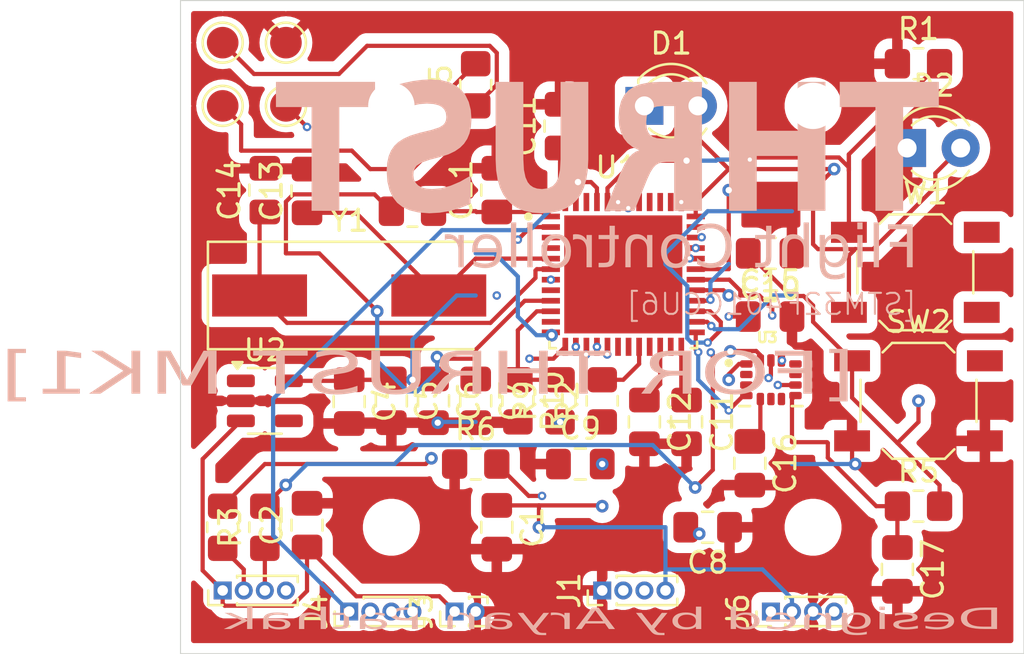
<source format=kicad_pcb>
(kicad_pcb (version 20240108) (generator "pcbnew") (generator_version "8.0")
  (layers (0 "F.Cu" signal) (1 "In1.Cu" signal) (2 "In2.Cu" signal) (31 "B.Cu" signal) (34 "B.Paste" user) (35 "F.Paste" user) (36 "B.SilkS" user "B.Silkscreen") (37 "F.SilkS" user "F.Silkscreen") (38 "B.Mask" user) (39 "F.Mask" user) (44 "Edge.Cuts" user))
  (net 0 "")
  (net 1 "GND")
  (net 2 "+5V")
  (net 3 "VREF+")
  (net 4 "NRST")
  (net 5 "VDD")
  (net 6 "VCAP1")
  (net 7 "Net-(U1-PH0-OSC_IN)")
  (net 8 "Net-(U1-PH1-OSC_OUT)")
  (net 9 "ADC")
  (net 10 "PC13")
  (net 11 "M4")
  (net 12 "SCL")
  (net 13 "BOOT0")
  (net 14 "PB2")
  (net 15 "D+")
  (net 16 "PA12")
  (net 17 "PA11")
  (net 18 "D-")
  (net 19 "Net-(U3-INT2{slash}FSYNC{slash}CLKIN)")
  (net 21 "PA2")
  (net 22 "PB13")
  (net 23 "PB15")
  (net 24 "PB14")
  (net 25 "PA1")
  (net 26 "SWCLK")
  (net 27 "SWDIO")
  (net 28 "M3")
  (net 29 "M2")
  (net 30 "M1")
  (net 31 "SDA")
  (net 35 "PA5")
  (net 36 "PA6")
  (net 37 "PA4")
  (net 40 "PA7")
  (net 42 "PA3")
  (net 48 "unconnected-(U1-PB12-Pad25)")
  (net 54 "SET")
  (footprint "Crystal:Crystal_SMD_HC49-SD" (layer "F.Cu") (at 106 95)
    (property "Reference" "Y1")
    (property "Value" "Crystal")
  )
  (footprint "Capacitor_SMD:C_0805_2012Metric_Pad1.18x1.45mm_HandSolder" (layer "F.Cu") (at 123 106 180)
    (property "Reference" "C8")
    (property "Value" "0.1 µF")
  )
  (footprint "Resistor_SMD:R_0805_2012Metric_Pad1.20x1.40mm_HandSolder" (layer "F.Cu") (at 118 100 90)
    (property "Reference" "R2")
    (property "Value" "10k")
  )
  (footprint "Capacitor_SMD:C_0805_2012Metric_Pad1.18x1.45mm_HandSolder" (layer "F.Cu") (at 122 101 -90)
    (property "Reference" "C11")
    (property "Value" "0.1 µF")
  )
  (footprint "Resistor_SMD:R_0805_2012Metric_Pad1.20x1.40mm_HandSolder" (layer "F.Cu") (at 133 105)
    (property "Reference" "R5")
    (property "Value" "10k")
  )
  (footprint "LED_THT:LED_D3.0mm" (layer "F.Cu") (at 120 86)
    (property "Reference" "D1")
    (property "Value" "LED")
  )
  (footprint "MountingHole:MountingHole_2.2mm_M2" (layer "F.Cu") (at 128 86)
    (property "Reference" "REF**" (hide yes))
    (property "Value" "MountingHole_2.2mm_M2" (hide yes))
  )
  (footprint "Capacitor_SMD:C_0805_2012Metric_Pad1.18x1.45mm_HandSolder" (layer "F.Cu") (at 104 90.0375 90)
    (property "Reference" "C13")
    (property "Value" "18pF")
  )
  (footprint "TestPoint:TestPoint_Pad_D1.5mm" (layer "F.Cu") (at 100 86)
    (property "Reference" "REF**" (hide yes))
    (property "Value" "TestPoint_Pad_D1.5mm" (hide yes))
  )
  (footprint "Capacitor_SMD:C_0805_2012Metric_Pad1.18x1.45mm_HandSolder" (layer "F.Cu") (at 125.9625 93 180)
    (property "Reference" "C10")
    (property "Value" "0.1 µF")
  )
  (footprint "TestPoint:TestPoint_Pad_D1.5mm" (layer "F.Cu") (at 100 83)
    (property "Reference" "REF**" (hide yes))
    (property "Value" "TestPoint_Pad_D1.5mm" (hide yes))
  )
  (footprint "Capacitor_SMD:C_0805_2012Metric_Pad1.18x1.45mm_HandSolder" (layer "F.Cu") (at 108 100 -90)
    (property "Reference" "C5")
    (property "Value" "1 µF")
  )
  (footprint "Resistor_SMD:R_0805_2012Metric_Pad1.20x1.40mm_HandSolder" (layer "F.Cu") (at 133 84)
    (property "Reference" "R1")
    (property "Value" "10k")
  )
  (footprint "Connector_PinHeader_1.00mm:PinHeader_1x04_P1.00mm_Vertical" (layer "F.Cu") (at 118 109 90)
    (property "Reference" "J1")
    (property "Value" "Conn_01x04_Pin" (hide yes))
  )
  (footprint "stabs:QFN50P700X700X60-49N" (layer "F.Cu") (at 119 94)
    (property "Reference" "U1")
    (property "Value" "STM32F401CCU6")
  )
  (footprint "MountingHole:MountingHole_2.2mm_M2" (layer "F.Cu") (at 108 86)
    (property "Reference" "REF**" (hide yes))
    (property "Value" "MountingHole_2.2mm_M2" (hide yes))
  )
  (footprint "Button_Switch_SMD:SW_SPST_TL3342" (layer "F.Cu") (at 132.85 93.9)
    (property "Reference" "SW1")
    (property "Value" "SW_Push")
  )
  (footprint "Resistor_SMD:R_0805_2012Metric_Pad1.20x1.40mm_HandSolder" (layer "F.Cu") (at 114 100 -90)
    (property "Reference" "R10")
    (property "Value" "10k")
  )
  (footprint "TestPoint:TestPoint_Pad_D1.5mm" (layer "F.Cu") (at 103 86)
    (property "Reference" "REF**" (hide yes))
    (property "Value" "TestPoint_Pad_D1.5mm" (hide yes))
  )
  (footprint "Connector_PinHeader_1.00mm:PinHeader_1x04_P1.00mm_Vertical" (layer "F.Cu") (at 106 110 90)
    (property "Reference" "J4")
    (property "Value" "ESC" (hide yes))
  )
  (footprint "stabs:PQFN50P300X250X97-14N" (layer "F.Cu") (at 126 99)
    (property "Reference" "U3")
    (property "Value" "ICM-42688-P" (hide yes))
  )
  (footprint "Button_Switch_SMD:SW_SPST_TL3342" (layer "F.Cu") (at 133 100)
    (property "Reference" "SW2")
    (property "Value" "SW_Push" (hide yes))
  )
  (footprint "Capacitor_SMD:C_0805_2012Metric_Pad1.18x1.45mm_HandSolder" (layer "F.Cu") (at 113 106 -90)
    (property "Reference" "C1")
    (property "Value" "10 µF")
  )
  (footprint "MountingHole:MountingHole_2.2mm_M2" (layer "F.Cu") (at 128 106)
    (property "Reference" "REF**" (hide yes))
    (property "Value" "MountingHole_2.2mm_M2" (hide yes))
  )
  (footprint "Connector_PinHeader_1.00mm:PinHeader_1x04_P1.00mm_Vertical" (layer "F.Cu") (at 126 110 90)
    (property "Reference" "J6")
    (property "Value" "Conn_01x04_Pin" (hide yes))
  )
  (footprint "Resistor_SMD:R_0805_2012Metric_Pad1.20x1.40mm_HandSolder" (layer "F.Cu") (at 116 100 90)
    (property "Reference" "R9")
    (property "Value" "10k")
  )
  (footprint "Resistor_SMD:R_0805_2012Metric_Pad1.20x1.40mm_HandSolder" (layer "F.Cu") (at 100 106 90)
    (property "Reference" "R4" (hide yes))
    (property "Value" "22")
  )
  (footprint "Capacitor_SMD:C_0805_2012Metric_Pad1.18x1.45mm_HandSolder" (layer "F.Cu") (at 132 108 -90)
    (property "Reference" "C17")
    (property "Value" "1 µF")
  )
  (footprint "Resistor_SMD:R_0805_2012Metric_Pad1.20x1.40mm_HandSolder" (layer "F.Cu") (at 109 91)
    (property "Reference" "L1" (hide yes))
    (property "Value" "L")
  )
  (footprint "Capacitor_SMD:C_0805_2012Metric_Pad1.18x1.45mm_HandSolder" (layer "F.Cu") (at 120 101 -90)
    (property "Reference" "C12")
    (property "Value" "2.2µF")
  )
  (footprint "Resistor_SMD:R_0805_2012Metric_Pad1.20x1.40mm_HandSolder" (layer "F.Cu") (at 112 85 90)
    (property "Reference" "R5")
    (property "Value" "10k")
  )
  (footprint "Resistor_SMD:R_0805_2012Metric_Pad1.20x1.40mm_HandSolder" (layer "F.Cu") (at 112 103)
    (property "Reference" "R6")
    (property "Value" "10k")
  )
  (footprint "Capacitor_SMD:C_0805_2012Metric_Pad1.18x1.45mm_HandSolder" (layer "F.Cu") (at 110 100 -90)
    (property "Reference" "C6")
    (property "Value" "10 µF")
  )
  (footprint "Capacitor_SMD:C_0805_2012Metric_Pad1.18x1.45mm_HandSolder" (layer "F.Cu") (at 116 86.9625 90)
    (property "Reference" "C11")
    (property "Value" "0.1 µF")
  )
  (footprint "Connector_PinHeader_1.00mm:PinHeader_1x02_P1.00mm_Vertical" (layer "F.Cu") (at 111 110 90)
    (property "Reference" "J3")
    (property "Value" "Conn_01x02_Pin" (hide yes))
  )
  (footprint "Capacitor_SMD:C_0805_2012Metric_Pad1.18x1.45mm_HandSolder" (layer "F.Cu") (at 113 90 90)
    (property "Reference" "C11")
    (property "Value" "0.1 µF")
  )
  (footprint "TestPoint:TestPoint_Pad_D1.5mm" (layer "F.Cu") (at 103 83)
    (property "Reference" "REF**" (hide yes))
    (property "Value" "TestPoint_Pad_D1.5mm" (hide yes))
  )
  (footprint "MountingHole:MountingHole_2.2mm_M2" (layer "F.Cu") (at 108 106)
    (property "Reference" "REF**" (hide yes))
    (property "Value" "MountingHole_2.2mm_M2" (hide yes))
  )
  (footprint "Package_TO_SOT_SMD:SOT-23-5" (layer "F.Cu") (at 102 100)
    (property "Reference" "U2")
    (property "Value" "AP2112K-3.3")
  )
  (footprint "Resistor_SMD:R_0805_2012Metric_Pad1.20x1.40mm_HandSolder" (layer "F.Cu") (at 102 106 90)
    (property "Reference" "R3")
    (property "Value" "22")
  )
  (footprint "Capacitor_SMD:C_0805_2012Metric_Pad1.18x1.45mm_HandSolder" (layer "F.Cu") (at 102 90 90)
    (property "Reference" "C14")
    (property "Value" "18pF")
  )
  (footprint "Capacitor_SMD:C_0805_2012Metric_Pad1.18x1.45mm_HandSolder" (layer "F.Cu") (at 106 100.0375 -90)
    (property "Reference" "C4")
    (property "Value" "0.1 µF")
  )
  (footprint "Capacitor_SMD:C_0805_2012Metric_Pad1.18x1.45mm_HandSolder" (layer "F.Cu") (at 116.9625 103)
    (property "Reference" "C9")
    (property "Value" "0.1 µF")
  )
  (footprint "LED_THT:LED_D3.0mm" (layer "F.Cu") (at 132.46 88)
    (property "Reference" "D2")
    (property "Value" "LED")
  )
  (footprint "Capacitor_SMD:C_0805_2012Metric_Pad1.18x1.45mm_HandSolder" (layer "F.Cu") (at 125 102.9625 -90)
    (property "Reference" "C16")
    (property "Value" "0.1 µF")
  )
  (footprint "Capacitor_SMD:C_0805_2012Metric_Pad1.18x1.45mm_HandSolder" (layer "F.Cu") (at 125.9625 96)
    (property "Reference" "C15")
    (property "Value" "0.1 µF")
  )
  (footprint "Capacitor_SMD:C_0805_2012Metric_Pad1.18x1.45mm_HandSolder" (layer "F.Cu") (at 112 100 -90)
    (property "Reference" "C7")
    (property "Value" "1 µF")
  )
  (footprint "Capacitor_SMD:C_0805_2012Metric_Pad1.18x1.45mm_HandSolder" (layer "F.Cu") (at 104 105.9 90)
    (property "Reference" "C2")
    (property "Value" "10uF")
  )
  (footprint "Connector_PinHeader_1.00mm:PinHeader_1x04_P1.00mm_Vertical" (layer "F.Cu") (at 100 109 90)
    (property "Reference" "J2" (hide yes))
    (property "Value" "Conn_01x04_Pin" (hide yes))
  )
  (gr_rect (start 98 81) (end 138 112) (stroke (width 0.05)) (fill none) (layer "Edge.Cuts"))
  (gr_text "[FOR THRUST MK1]" (at 130 100 0) (layer "B.SilkS") (effects (font (size 2 3) (thickness 0.1)) (justify left bottom mirror)))
  (gr_text "Designed by Aryan Pathak" (at 137 111 0) (layer "B.SilkS") (effects (font (size 1 2) (thickness 0.1)) (justify left bottom mirror)))
  (gr_text "Flight Controller" (at 133 94 0) (layer "B.SilkS") (effects (font (size 2 2) (thickness 0.1)) (justify left bottom mirror)))
  (gr_text "[STM32F401CCU6]" (at 133 96 0) (layer "B.SilkS") (effects (font (size 1 1) (thickness 0.1)) (justify left bottom mirror)))
  (gr_text "THRUST" (at 134 92 0) (layer "B.SilkS") (effects (font (size 6 5) (thickness 0.2) (bold yes)) (justify left bottom mirror)))
  (segment (start 123.9625 106) (end 123.9625 106.3625) (width 0.2) (layer "F.Cu") (net 1))
  (segment (start 106 101.075) (end 111.9625 101.075) (width 0.2) (layer "F.Cu") (net 1))
  (segment (start 123.9625 106.3625) (end 124 106.4) (width 0.2) (layer "F.Cu") (net 1))
  (segment (start 128.9625 109.0375) (end 132 109.0375) (width 0.2) (layer "F.Cu") (net 1))
  (segment (start 111.9625 101.075) (end 112 101.0375) (width 0.2) (layer "F.Cu") (net 1))
  (segment (start 128 110) (end 128.9625 109.0375) (width 0.2) (layer "F.Cu") (net 1))
  (segment (start 129.85 102.85) (end 130 103) (width 0.2) (layer "F.Cu") (net 1))
  (segment (start 129.85 101.9) (end 129.85 102.85) (width 0.2) (layer "F.Cu") (net 1))
  (via (at 110.2 101.0375) (size 0.6) (drill 0.3) (layers "F.Cu" "B.Cu") (net 1))
  (via (at 130 103) (size 0.6) (drill 0.3) (layers "F.Cu" "B.Cu") (net 1))
  (segment (start 128.999999 103.000001) (end 127 103.000001) (width 0.2) (layer "B.Cu") (net 1))
  (segment (start 130 103) (end 129 103) (width 0.2) (layer "B.Cu") (net 1))
  (segment (start 129 103) (end 128.999999 103.000001) (width 0.2) (layer "B.Cu") (net 1))
  (segment (start 110.237499 101.000001) (end 110.2 101.0375) (width 0.2) (layer "B.Cu") (net 1))
  (segment (start 112 101.000001) (end 110.237499 101.000001) (width 0.2) (layer "B.Cu") (net 1))
  (segment (start 103.300305 109.725) (end 100.1 109.725) (width 0.2) (layer "F.Cu") (net 2))
  (segment (start 104 106.9375) (end 104 109.025305) (width 0.2) (layer "F.Cu") (net 2))
  (segment (start 99.05 102.7625) (end 99.05 108.05) (width 0.2) (layer "F.Cu") (net 2))
  (segment (start 104 109.025305) (end 103.300305 109.725) (width 0.2) (layer "F.Cu") (net 2))
  (segment (start 100.1 109.725) (end 100 109.625) (width 0.2) (layer "F.Cu") (net 2))
  (segment (start 100.8625 100.95) (end 99.05 102.7625) (width 0.2) (layer "F.Cu") (net 2))
  (segment (start 110.275 109.275) (end 111 110) (width 0.2) (layer "F.Cu") (net 2))
  (segment (start 99.05 108.05) (end 100 109) (width 0.2) (layer "F.Cu") (net 2))
  (segment (start 122.6 106.307108) (end 122.269608 106.307108) (width 0.2) (layer "F.Cu") (net 2))
  (segment (start 104 106.9375) (end 106.3375 109.275) (width 0.2) (layer "F.Cu") (net 2))
  (segment (start 122.269608 106.307108) (end 121.9625 106) (width 0.2) (layer "F.Cu") (net 2))
  (segment (start 106.3375 109.275) (end 110.275 109.275) (width 0.2) (layer "F.Cu") (net 2))
  (segment (start 100 109.625) (end 100 109) (width 0.2) (layer "F.Cu") (net 2))
  (via (at 122.6 106.307108) (size 0.6) (drill 0.3) (layers "F.Cu" "B.Cu") (net 2))
  (via (at 116 101) (size 0.6) (drill 0.3) (layers "F.Cu" "B.Cu") (net 2))
  (segment (start 104.577816 93) (end 107.327817 95.750001) (width 0.2) (layer "F.Cu") (net 3))
  (segment (start 112 98.9625) (end 112 98) (width 0.2) (layer "F.Cu") (net 3))
  (segment (start 112 98) (end 110.24387 98) (width 0.2) (layer "F.Cu") (net 3))
  (segment (start 112 97.575) (end 114.325 95.25) (width 0.2) (layer "F.Cu") (net 3))
  (segment (start 112 98) (end 112 97.575) (width 0.2) (layer "F.Cu") (net 3))
  (segment (start 107.2 90.2) (end 103.348466 90.2) (width 0.2) (layer "F.Cu") (net 3))
  (segment (start 103 93) (end 104.577816 93) (width 0.2) (layer "F.Cu") (net 3))
  (segment (start 103.348466 90.2) (end 103 90.548466) (width 0.2) (layer "F.Cu") (net 3))
  (segment (start 114.325 95.25) (end 115.565 95.25) (width 0.2) (layer "F.Cu") (net 3))
  (segment (start 110.24387 98) (end 110.16887 97.925) (width 0.2) (layer "F.Cu") (net 3))
  (segment (start 108 91) (end 107.2 90.2) (width 0.2) (layer "F.Cu") (net 3))
  (segment (start 103 90.548466) (end 103 93) (width 0.2) (layer "F.Cu") (net 3))
  (via (at 107.327817 95.750001) (size 0.6) (drill 0.3) (layers "F.Cu" "B.Cu") (net 3))
  (via (at 110.16887 97.925) (size 0.6) (drill 0.3) (layers "F.Cu" "B.Cu") (net 3))
  (segment (start 108.772182 99.55) (end 109.227818 99.55) (width 0.2) (layer "B.Cu") (net 3))
  (segment (start 109.227818 99.55) (end 110.249999 98.527819) (width 0.2) (layer "B.Cu") (net 3))
  (segment (start 110.16887 98.44669) (end 110.249999 98.527819) (width 0.2) (layer "B.Cu") (net 3))
  (segment (start 107.327817 98.105635) (end 108.772182 99.55) (width 0.2) (layer "B.Cu") (net 3))
  (segment (start 110.16887 97.925) (end 110.16887 98.44669) (width 0.2) (layer "B.Cu") (net 3))
  (segment (start 107.327817 95.750001) (end 107.327817 98.105635) (width 0.2) (layer "B.Cu") (net 3))
  (segment (start 132 102) (end 129.85 99.85) (width 0.2) (layer "F.Cu") (net 4))
  (segment (start 132 102) (end 133 101) (width 0.2) (layer "F.Cu") (net 4))
  (segment (start 126.95 95.025) (end 127.551534 95.025) (width 0.2) (layer "F.Cu") (net 4))
  (segment (start 127.551534 95.025) (end 128 95.473466) (width 0.2) (layer "F.Cu") (net 4))
  (segment (start 134 104) (end 132 102) (width 0.2) (layer "F.Cu") (net 4))
  (segment (start 128 96.25) (end 129.85 98.1) (width 0.2) (layer "F.Cu") (net 4))
  (segment (start 124.925 93) (end 126.95 95.025) (width 0.2) (layer "F.Cu") (net 4))
  (segment (start 128 95.473466) (end 128 96.25) (width 0.2) (layer "F.Cu") (net 4))
  (segment (start 134 105) (end 134 104) (width 0.2) (layer "F.Cu") (net 4))
  (segment (start 129.85 99.85) (end 129.85 98.1) (width 0.2) (layer "F.Cu") (net 4))
  (segment (start 133 101) (end 133 100) (width 0.2) (layer "F.Cu") (net 4))
  (via (at 133 100) (size 0.6) (drill 0.3) (layers "F.Cu" "B.Cu") (net 4))
  (via (at 115.565 94.25) (size 0.4) (drill 0.2) (layers "F.Cu" "B.Cu") (net 4))
  (segment (start 129.7 93.1) (end 130 92.8) (width 0.2) (layer "F.Cu") (net 5))
  (segment (start 129.000002 89) (end 128 90.000002) (width 0.2) (layer "F.Cu") (net 5))
  (segment (start 115 106) (end 115 104.9625) (width 0.2) (layer "F.Cu") (net 5))
  (segment (start 130 92.8) (end 130.85 92.8) (width 0.2) (layer "F.Cu") (net 5))
  (segment (start 128.7 102.7) (end 128.7 102) (width 0.2) (layer "F.Cu") (net 5))
  (segment (start 110 91) (end 112 91) (width 0.2) (layer "F.Cu") (net 5))
  (segment (start 105.514034 84.485966) (end 106.85 83.15) (width 0.2) (layer "F.Cu") (net 5))
  (segment (start 133.8 89.85) (end 133.8 89.2) (width 0.2) (layer "F.Cu") (net 5))
  (segment (start 128.6625 101.9625) (end 127 101.9625) (width 0.2) (layer "F.Cu") (net 5))
  (segment (start 125 101.9625) (end 125.5 101.4625) (width 0.2) (layer "F.Cu") (net 5))
  (segment (start 122.435 90.565) (end 122.435 91.25) (width 0.2) (layer "F.Cu") (net 5))
  (segment (start 130.85 92.8) (end 133.8 89.85) (width 0.2) (layer "F.Cu") (net 5))
  (segment (start 113 104.9625) (end 115 104.9625) (width 0.2) (layer "F.Cu") (net 5))
  (segment (start 127 101.9625) (end 127 99.915) (width 0.2) (layer "F.Cu") (net 5))
  (segment (start 132 105) (end 131 105) (width 0.2) (layer "F.Cu") (net 5))
  (segment (start 131 105) (end 128.7 102.7) (width 0.2) (layer "F.Cu") (net 5))
  (segment (start 121.75 99.7125) (end 122 99.9625) (width 0.2) (layer "F.Cu") (net 5))
  (segment (start 107.9625 99) (end 108 98.9625) (width 0.2) (layer "F.Cu") (net 5))
  (segment (start 100 83) (end 101.485966 84.485966) (width 0.2) (layer "F.Cu") (net 5))
  (segment (start 133.8 89.2) (end 135 88) (width 0.2) (layer "F.Cu") (net 5))
  (segment (start 112.0375 91.0375) (end 112 91) (width 0.2) (layer "F.Cu") (net 5))
  (segment (start 122.435 90.565) (end 124 89) (width 0.2) (layer "F.Cu") (net 5))
  (segment (start 129.7 95.8) (end 129.7 93.1) (width 0.2) (layer "F.Cu") (net 5))
  (segment (start 122.54 86) (end 122.54 87.54) (width 0.2) (layer "F.Cu") (net 5))
  (segment (start 128 90.000002) (end 128 92.565685) (width 0.2) (layer "F.Cu") (net 5))
  (segment (start 128.234315 92.8) (end 130 92.8) (width 0.2) (layer "F.Cu") (net 5))
  (segment (start 112.664034 83.15) (end 113 83.485966) (width 0.2) (layer "F.Cu") (net 5))
  (segment (start 121.75 97.435) (end 121.75 99.7125) (width 0.2) (layer "F.Cu") (net 5))
  (segment (start 122.54 87.54) (end 124 89) (width 0.2) (layer "F.Cu") (net 5))
  (segment (start 101.485966 84.485966) (end 105.514034 84.485966) (width 0.2) (layer "F.Cu") (net 5))
  (segment (start 109.9625 99) (end 110 98.9625) (width 0.2) (layer "F.Cu") (net 5))
  (segment (start 106.85 83.15) (end 112.664034 83.15) (width 0.2) (layer "F.Cu") (net 5))
  (segment (start 128.7 102) (end 128.6625 101.9625) (width 0.2) (layer "F.Cu") (net 5))
  (segment (start 106 99) (end 109 99) (width 0.2) (layer "F.Cu") (net 5))
  (segment (start 103.1375 99.05) (end 105.95 99.05) (width 0.2) (layer "F.Cu") (net 5))
  (segment (start 109 99) (end 109.9625 99) (width 0.2) (layer "F.Cu") (net 5))
  (segment (start 125.5 99.915) (end 125.5 101.4625) (width 0.2) (layer "F.Cu") (net 5))
  (segment (start 105.95 99.05) (end 106 99) (width 0.2) (layer "F.Cu") (net 5))
  (segment (start 116 88) (end 116 90.315) (width 0.2) (layer "F.Cu") (net 5))
  (segment (start 132 106.9625) (end 132 105) (width 0.2) (layer "F.Cu") (net 5))
  (segment (start 117.9625 104.9625) (end 115 104.9625) (width 0.2) (layer "F.Cu") (net 5))
  (segment (start 128 92.565685) (end 128.234315 92.8) (width 0.2) (layer "F.Cu") (net 5))
  (segment (start 124 89) (end 129.000002 89) (width 0.2) (layer "F.Cu") (net 5))
  (segment (start 113 83.485966) (end 113 85) (width 0.2) (layer "F.Cu") (net 5))
  (segment (start 113 85) (end 112 86) (width 0.2) (layer "F.Cu") (net 5))
  (segment (start 115.3525 91.0375) (end 115.565 91.25) (width 0.2) (layer "F.Cu") (net 5))
  (segment (start 118 105) (end 117.9625 104.9625) (width 0.2) (layer "F.Cu") (net 5))
  (segment (start 127 99.915) (end 127.165 99.75) (width 0.2) (layer "F.Cu") (net 5))
  (segment (start 106 99) (end 107.9625 99) (width 0.2) (layer "F.Cu") (net 5))
  (segment (start 116.25 90.565) (end 116 90.315) (width 0.2) (layer "F.Cu") (net 5))
  (segment (start 113 91.0375) (end 112.0375 91.0375) (width 0.2) (layer "F.Cu") (net 5))
  (segment (start 113 91.0375) (end 115.3525 91.0375) (width 0.2) (layer "F.Cu") (net 5))
  (via (at 129.000002 89) (size 0.6) (drill 0.3) (layers "F.Cu" "B.Cu") (net 5))
  (via (at 118 103) (size 0.6) (drill 0.3) (layers "F.Cu" "B.Cu") (net 5))
  (via (at 118 105) (size 0.6) (drill 0.3) (layers "F.Cu" "B.Cu") (net 5))
  (via (at 115 106) (size 0.6) (drill 0.3) (layers "F.Cu" "B.Cu") (net 5))
  (via (at 109 99) (size 0.6) (drill 0.3) (layers "F.Cu" "B.Cu") (net 5))
  (segment (start 125.60104 108) (end 127 109.39896) (width 0.2) (layer "B.Cu") (net 5))
  (segment (start 121 108) (end 125.60104 108) (width 0.2) (layer "B.Cu") (net 5))
  (segment (start 112 95.000002) (end 111.1 95.000002) (width 0.2) (layer "B.Cu") (net 5))
  (segment (start 109 97.100002) (end 109 99) (width 0.2) (layer "B.Cu") (net 5))
  (segment (start 111.1 95.000002) (end 109 97.100002) (width 0.2) (layer "B.Cu") (net 5))
  (segment (start 118.0375 106) (end 121 106) (width 0.2) (layer "B.Cu") (net 5))
  (segment (start 121 108) (end 121 109) (width 0.2) (layer "B.Cu") (net 5))
  (segment (start 121 106) (end 121 108) (width 0.2) (layer "B.Cu") (net 5))
  (segment (start 118.0375 106) (end 115 106) (width 0.2) (layer "B.Cu") (net 5))
  (segment (start 127 109.39896) (end 127 110) (width 0.2) (layer "B.Cu") (net 5))
  (segment (start 120.75 97.435) (end 120.75 99.2125) (width 0.2) (layer "F.Cu") (net 6))
  (segment (start 120.75 99.2125) (end 120 99.9625) (width 0.2) (layer "F.Cu") (net 6))
  (segment (start 112 93.25) (end 115.565 93.25) (width 0.2) (layer "F.Cu") (net 7))
  (segment (start 106.325 91.075) (end 110.25 95) (width 0.2) (layer "F.Cu") (net 7))
  (segment (start 110.25 95) (end 112 93.25) (width 0.2) (layer "F.Cu") (net 7))
  (segment (start 104 91.075) (end 106.325 91.075) (width 0.2) (layer "F.Cu") (net 7))
  (segment (start 103.05 96.3) (end 112.7 96.3) (width 0.2) (layer "F.Cu") (net 8))
  (segment (start 114.9 93.75) (end 115.565 93.75) (width 0.2) (layer "F.Cu") (net 8))
  (segment (start 112.7 96.3) (end 114.835 94.165) (width 0.2) (layer "F.Cu") (net 8))
  (segment (start 101.75 95) (end 103.05 96.3) (width 0.2) (layer "F.Cu") (net 8))
  (segment (start 114.835 93.815) (end 114.9 93.75) (width 0.2) (layer "F.Cu") (net 8))
  (segment (start 101.75 95) (end 101.75 91.2875) (width 0.2) (layer "F.Cu") (net 8))
  (segment (start 101.75 91.2875) (end 102 91.0375) (width 0.2) (layer "F.Cu") (net 8))
  (segment (start 114.835 94.165) (end 114.835 93.815) (width 0.2) (layer "F.Cu") (net 8))
  (segment (start 124.925 96) (end 124 96) (width 0.2) (layer "F.Cu") (net 9))
  (segment (start 114 96.65) (end 114.9 95.75) (width 0.2) (layer "F.Cu") (net 9))
  (segment (start 114 96.65) (end 114 99) (width 0.2) (layer "F.Cu") (net 9))
  (segment (start 114.9 95.75) (end 115.565 95.75) (width 0.2) (layer "F.Cu") (net 9))
  (segment (start 116 99) (end 114 99) (width 0.2) (layer "F.Cu") (net 9))
  (via (at 124 96) (size 0.4) (drill 0.2) (layers "F.Cu" "B.Cu") (net 9))
  (segment (start 114 92.350001) (end 114.600001 91.75) (width 0.2) (layer "F.Cu") (net 10))
  (segment (start 114.600001 91.75) (end 115.565 91.75) (width 0.2) (layer "F.Cu") (net 10))
  (via (at 114 92.350001) (size 0.4) (drill 0.2) (layers "F.Cu" "B.Cu") (net 10))
  (segment (start 117.75 89.9) (end 117.75 90.565) (width 0.2) (layer "F.Cu") (net 11))
  (segment (start 116.85 89.616473) (end 117.466473 89.616473) (width 0.2) (layer "F.Cu") (net 11))
  (segment (start 117.466473 89.616473) (end 117.75 89.9) (width 0.2) (layer "F.Cu") (net 11))
  (via (at 116.85 89.616473) (size 0.6) (drill 0.3) (layers "F.Cu" "B.Cu") (net 11))
  (segment (start 114.566472 91.900001) (end 116.85 89.616473) (width 0.2) (layer "B.Cu") (net 11))
  (segment (start 102.391206 99.908794) (end 110.399999 91.900001) (width 0.2) (layer "B.Cu") (net 11))
  (segment (start 102.391206 106.391206) (end 102.391206 99.908794) (width 0.2) (layer "B.Cu") (net 11))
  (segment (start 110.399999 91.900001) (end 114.566472 91.900001) (width 0.2) (layer "B.Cu") (net 11))
  (segment (start 106 110) (end 102.391206 106.391206) (width 0.2) (layer "B.Cu") (net 11))
  (via (at 119.235002 90.849998) (size 0.4) (drill 0.2) (layers "F.Cu" "B.Cu") (net 12))
  (segment (start 129.7 88.3) (end 129.7 89.07782) (width 0.2) (layer "F.Cu") (net 13))
  (segment (start 129.7 89.07782) (end 129.7 88.92218) (width 0.2) (layer "F.Cu") (net 13))
  (segment (start 129.22782 88.45) (end 125.1 88.45) (width 0.2) (layer "F.Cu") (net 13))
  (segment (start 129.7 88.92218) (end 129.22782 88.45) (width 0.2) (layer "F.Cu") (net 13))
  (segment (start 134 84) (end 129.7 88.3) (width 0.2) (layer "F.Cu") (net 13))
  (segment (start 119.55 88.6) (end 122 88.6) (width 0.2) (layer "F.Cu") (net 13))
  (segment (start 118.25 90.565) (end 118.25 89.9) (width 0.2) (layer "F.Cu") (net 13))
  (segment (start 125.1 88.45) (end 125 88.55) (width 0.2) (layer "F.Cu") (net 13))
  (segment (start 118.25 89.9) (end 119.55 88.6) (width 0.2) (layer "F.Cu") (net 13))
  (segment (start 129.7 88.3) (end 129.7 92) (width 0.2) (layer "F.Cu") (net 13))
  (via (at 122 88.6) (size 0.6) (drill 0.3) (layers "F.Cu" "B.Cu") (net 13))
  (via (at 125 88.55) (size 0.4) (drill 0.2) (layers "F.Cu" "B.Cu") (net 13))
  (segment (start 123.45 88.55) (end 123.4 88.6) (width 0.2) (layer "B.Cu") (net 13))
  (segment (start 122 88.6) (end 123.4 88.6) (width 0.2) (layer "B.Cu") (net 13))
  (segment (start 125 88.55) (end 123.45 88.55) (width 0.2) (layer "B.Cu") (net 13))
  (segment (start 118 99) (end 119 99) (width 0.2) (layer "F.Cu") (net 14))
  (segment (start 119 99) (end 119.75 98.25) (width 0.2) (layer "F.Cu") (net 14))
  (segment (start 119.75 98.25) (end 119.75 97.435) (width 0.2) (layer "F.Cu") (net 14))
  (segment (start 102 109) (end 102 107) (width 0.2) (layer "F.Cu") (net 15))
  (segment (start 102 104.982412) (end 102.991206 103.991206) (width 0.2) (layer "F.Cu") (net 16))
  (segment (start 102 105) (end 102 104.982412) (width 0.2) (layer "F.Cu") (net 16))
  (segment (start 123.148669 97.700221) (end 123.245623 97.797175) (width 0.2) (layer "F.Cu") (net 16))
  (segment (start 123.245623 97.797175) (end 123.245623 103.276621) (width 0.2) (layer "F.Cu") (net 16))
  (segment (start 123.245623 103.276621) (end 122.409744 104.1125) (width 0.2) (layer "F.Cu") (net 16))
  (via (at 102.991206 103.991206) (size 0.6) (drill 0.3) (layers "F.Cu" "B.Cu") (net 16))
  (via (at 123.148669 97.700221) (size 0.4) (drill 0.2) (layers "F.Cu" "B.Cu") (net 16))
  (via (at 122.435 92.75) (size 0.4) (drill 0.2) (layers "F.Cu" "B.Cu") (net 16))
  (via (at 122.409744 104.1125) (size 0.6) (drill 0.3) (layers "F.Cu" "B.Cu") (net 16))
  (segment (start 104 103) (end 108.151471 103) (width 0.2) (layer "B.Cu") (net 16))
  (segment (start 108.151471 103) (end 109.05147 102.100001) (width 0.2) (layer "B.Cu") (net 16))
  (segment (start 102.8875 104.1125) (end 104 103) (width 0.2) (layer "B.Cu") (net 16))
  (segment (start 120.397245 102.100001) (end 122.409744 104.1125) (width 0.2) (layer "B.Cu") (net 16))
  (segment (start 109.05147 102.100001) (end 120.397245 102.100001) (width 0.2) (layer "B.Cu") (net 16))
  (segment (start 122.435 93.25) (end 122.164998 93.25) (width 0.2) (layer "F.Cu") (net 17))
  (segment (start 109.625425 103) (end 102 103) (width 0.2) (layer "F.Cu") (net 17))
  (segment (start 102 103) (end 100 105) (width 0.2) (layer "F.Cu") (net 17))
  (segment (start 122.164998 93.25) (end 122.15 93.235002) (width 0.2) (layer "F.Cu") (net 17))
  (segment (start 109.9 102.725425) (end 109.625425 103) (width 0.2) (layer "F.Cu") (net 17))
  (via (at 109.9 102.725425) (size 0.6) (drill 0.3) (layers "F.Cu" "B.Cu") (net 17))
  (via (at 122.15 93.235002) (size 0.4) (drill 0.2) (layers "F.Cu" "B.Cu") (net 17))
  (segment (start 101 108) (end 101 109) (width 0.2) (layer "F.Cu") (net 18))
  (segment (start 100 107) (end 101 108) (width 0.2) (layer "F.Cu") (net 18))
  (segment (start 113 103) (end 114.5125 104.5125) (width 0.2) (layer "F.Cu") (net 19))
  (segment (start 114.5125 104.5125) (end 115.144975 104.5125) (width 0.2) (layer "F.Cu") (net 19))
  (segment (start 126.328237 99.25) (end 127.165001 99.25) (width 0.2) (layer "F.Cu") (net 19))
  (via (at 115.144975 104.5125) (size 0.4) (drill 0.2) (layers "F.Cu" "B.Cu") (net 19))
  (via (at 126.328237 99.25) (size 0.4) (drill 0.2) (layers "F.Cu" "B.Cu") (net 19))
  (segment (start 115.6 96.885002) (end 115.6 96.785) (width 0.2) (layer "F.Cu") (net 21))
  (segment (start 115.6 96.785) (end 115.565 96.75) (width 0.2) (layer "F.Cu") (net 21))
  (via (at 115.6 96.885002) (size 0.6) (drill 0.3) (layers "F.Cu" "B.Cu") (net 21))
  (segment (start 114 96) (end 114.885002 96.885002) (width 0.2) (layer "B.Cu") (net 21))
  (segment (start 114.885002 96.885002) (end 115.6 96.885002) (width 0.2) (layer "B.Cu") (net 21))
  (segment (start 114 94.100002) (end 114 96) (width 0.2) (layer "B.Cu") (net 21))
  (segment (start 112.899999 93.000001) (end 114 94.100002) (width 0.2) (layer "B.Cu") (net 21))
  (segment (start 111.999999 93.000001) (end 112.899999 93.000001) (width 0.2) (layer "B.Cu") (net 21))
  (segment (start 123.173666 96.45) (end 122.973666 96.25) (width 0.2) (layer "F.Cu") (net 22))
  (segment (start 122.973666 96.25) (end 122.435 96.25) (width 0.2) (layer "F.Cu") (net 22))
  (via (at 123.173666 96.45) (size 0.4) (drill 0.2) (layers "F.Cu" "B.Cu") (net 22))
  (segment (start 124.500002 96.6) (end 124 96.6) (width 0.2) (layer "B.Cu") (net 22))
  (segment (start 127.000001 95.000001) (end 126.100001 95.000001) (width 0.2) (layer "B.Cu") (net 22))
  (segment (start 123.323666 96.6) (end 123.173666 96.45) (width 0.2) (layer "B.Cu") (net 22))
  (segment (start 126.100001 95.000001) (end 124.500002 96.6) (width 0.2) (layer "B.Cu") (net 22))
  (segment (start 124 96.6) (end 123.323666 96.6) (width 0.2) (layer "B.Cu") (net 22))
  (segment (start 122.435 95.25) (end 123.081436 95.25) (width 0.2) (layer "F.Cu") (net 23))
  (segment (start 123.081436 95.25) (end 123.131436 95.2) (width 0.2) (layer "F.Cu") (net 23))
  (via (at 123.131436 95.2) (size 0.4) (drill 0.2) (layers "F.Cu" "B.Cu") (net 23))
  (segment (start 123.131436 94.368565) (end 124 93.500001) (width 0.2) (layer "B.Cu") (net 23))
  (segment (start 123.131436 95.2) (end 123.131436 94.368565) (width 0.2) (layer "B.Cu") (net 23))
  (segment (start 123.623666 96.636397) (end 123.623666 96.260062) (width 0.2) (layer "F.Cu") (net 24))
  (segment (start 123.623666 96.260062) (end 123.113604 95.75) (width 0.2) (layer "F.Cu") (net 24))
  (segment (start 123.113604 95.75) (end 122.435 95.75) (width 0.2) (layer "F.Cu") (net 24))
  (segment (start 123.125063 97.135) (end 123.623666 96.636397) (width 0.2) (layer "F.Cu") (net 24))
  (via (at 123 97.235002) (size 0.4) (drill 0.2) (layers "F.Cu" "B.Cu") (net 24))
  (segment (start 121 93) (end 121 93.515785) (width 0.2) (layer "B.Cu") (net 24))
  (segment (start 123 97.235002) (end 122.235002 97.235002) (width 0.2) (layer "B.Cu") (net 24))
  (segment (start 121 93.515785) (end 122.035 94.550785) (width 0.2) (layer "B.Cu") (net 24))
  (segment (start 127 91.000001) (end 122.999999 91.000001) (width 0.2) (layer "B.Cu") (net 24))
  (segment (start 122.999999 91.000001) (end 121 93) (width 0.2) (layer "B.Cu") (net 24))
  (segment (start 122.035 94.550785) (end 122.035 97.035) (width 0.2) (layer "B.Cu") (net 24))
  (segment (start 122.035 97.035) (end 122.235002 97.235002) (width 0.2) (layer "B.Cu") (net 24))
  (via (at 121.75 90.565) (size 0.4) (drill 0.2) (layers "F.Cu" "B.Cu") (net 26))
  (segment (start 122.449998 92.235002) (end 122.435 92.25) (width 0.2) (layer "F.Cu") (net 27))
  (segment (start 122.715 92.235002) (end 122.449998 92.235002) (width 0.2) (layer "F.Cu") (net 27))
  (via (at 122.715 92.235002) (size 0.4) (drill 0.2) (layers "F.Cu" "B.Cu") (net 27))
  (segment (start 124 93.75) (end 122.435 93.75) (width 0.2) (layer "F.Cu") (net 28))
  (segment (start 124 90) (end 124 93.75) (width 0.2) (layer "F.Cu") (net 28))
  (via (at 124 90) (size 0.6) (drill 0.3) (layers "F.Cu" "B.Cu") (net 28))
  (segment (start 124.55 95) (end 124.55 94.772182) (width 0.2) (layer "F.Cu") (net 29))
  (segment (start 124.55 94.772182) (end 124.027818 94.25) (width 0.2) (layer "F.Cu") (net 29))
  (segment (start 125.451534 95) (end 124.55 95) (width 0.2) (layer "F.Cu") (net 29))
  (segment (start 126.0625 95.610966) (end 125.451534 95) (width 0.2) (layer "F.Cu") (net 29))
  (segment (start 124.027818 94.25) (end 122.435 94.25) (width 0.2) (layer "F.Cu") (net 29))
  (segment (start 126.0625 95.950003) (end 126.0625 95.610966) (width 0.2) (layer "F.Cu") (net 29))
  (via (at 126.0625 95.950003) (size 0.4) (drill 0.2) (layers "F.Cu" "B.Cu") (net 29))
  (segment (start 123.75 94.75) (end 122.435 94.75) (width 0.2) (layer "F.Cu") (net 30))
  (segment (start 124 95) (end 123.75 94.75) (width 0.2) (layer "F.Cu") (net 30))
  (via (at 124 95) (size 0.6) (drill 0.3) (layers "F.Cu" "B.Cu") (net 30))
  (via (at 118.752513 90.567513) (size 0.4) (drill 0.2) (layers "F.Cu" "B.Cu") (net 31))
  (segment (start 117.25 97.435) (end 117.25 97.785223) (width 0.2) (layer "F.Cu") (net 35))
  (segment (start 125.890692 98.916746) (end 126 98.807438) (width 0.2) (layer "F.Cu") (net 35))
  (segment (start 126 98.807438) (end 126 98.085) (width 0.2) (layer "F.Cu") (net 35))
  (segment (start 117.25 97.785223) (end 117.235002 97.800221) (width 0.2) (layer "F.Cu") (net 35))
  (via (at 125.890692 98.916746) (size 0.4) (drill 0.2) (layers "F.Cu" "B.Cu") (net 35))
  (via (at 117.235002 97.800221) (size 0.4) (drill 0.2) (layers "F.Cu" "B.Cu") (net 35))
  (segment (start 124 99) (end 124 98.739567) (width 0.2) (layer "F.Cu") (net 36))
  (segment (start 124.489567 98.25) (end 124.835 98.25) (width 0.2) (layer "F.Cu") (net 36))
  (segment (start 124 98.739567) (end 124.489567 98.25) (width 0.2) (layer "F.Cu") (net 36))
  (via (at 117.75 97.435) (size 0.4) (drill 0.2) (layers "F.Cu" "B.Cu") (net 36))
  (via (at 124 99) (size 0.6) (drill 0.3) (layers "F.Cu" "B.Cu") (net 36))
  (via (at 126.525 98.085) (size 0.4) (drill 0.2) (layers "F.Cu" "B.Cu") (net 37))
  (via (at 116.75 97.435) (size 0.4) (drill 0.2) (layers "F.Cu" "B.Cu") (net 37))
  (segment (start 124.094466 97.635067) (end 124.079312 97.650221) (width 0.2) (layer "F.Cu") (net 40))
  (segment (start 118.235002 97.449998) (end 118.25 97.435) (width 0.2) (layer "F.Cu") (net 40))
  (segment (start 125.304603 97.635067) (end 124.094466 97.635067) (width 0.2) (layer "F.Cu") (net 40))
  (segment (start 125.5 97.830464) (end 125.304603 97.635067) (width 0.2) (layer "F.Cu") (net 40))
  (segment (start 125.5 98.085) (end 125.5 97.830464) (width 0.2) (layer "F.Cu") (net 40))
  (segment (start 118.235002 97.800221) (end 118.235002 97.449998) (width 0.2) (layer "F.Cu") (net 40))
  (via (at 124.079312 97.650221) (size 0.6) (drill 0.3) (layers "F.Cu" "B.Cu") (net 40))
  (via (at 118.235002 97.800221) (size 0.4) (drill 0.2) (layers "F.Cu" "B.Cu") (net 40))
  (segment (start 115.685 98) (end 116.25 97.435) (width 0.2) (layer "F.Cu") (net 42))
  (segment (start 103 86) (end 104 87) (width 0.2) (layer "F.Cu") (net 42))
  (segment (start 114.55 98) (end 115.685 98) (width 0.2) (layer "F.Cu") (net 42))
  (via (at 113 95) (size 0.4) (drill 0.2) (layers "F.Cu" "B.Cu") (net 42))
  (via (at 114.55 98) (size 0.4) (drill 0.2) (layers "F.Cu" "B.Cu") (net 42))
  (via (at 104 87) (size 0.4) (drill 0.2) (layers "F.Cu" "B.Cu") (net 42))
  (segment (start 122.435 97.56786) (end 122.435 96.75) (width 0.2) (layer "F.Cu") (net 48))
  (segment (start 122.552142 97.685002) (end 122.435 97.56786) (width 0.2) (layer "F.Cu") (net 48))
  (segment (start 124.7 99.75) (end 124 100.45) (width 0.2) (layer "F.Cu") (net 48))
  (segment (start 124.835 99.75) (end 124.7 99.75) (width 0.2) (layer "F.Cu") (net 48))
  (segment (start 124.835 99.75) (end 124.781878 99.75) (width 0.2) (layer "F.Cu") (net 48))
  (via (at 122.552142 97.685002) (size 0.4) (drill 0.2) (layers "F.Cu" "B.Cu") (net 48))
  (via (at 124 100.45) (size 0.4) (drill 0.2) (layers "F.Cu" "B.Cu") (net 48))
  (segment (start 124 100.45) (end 122.552142 99.002142) (width 0.2) (layer "B.Cu") (net 48))
  (segment (start 122.552142 99.002142) (end 122.552142 97.685002) (width 0.2) (layer "B.Cu") (net 48))
  (segment (start 100.875 88.125) (end 106.125 88.125) (width 0.2) (layer "F.Cu") (net 54))
  (segment (start 107 89) (end 109 89) (width 0.2) (layer "F.Cu") (net 54))
  (segment (start 111 85) (end 112 84) (width 0.2) (layer "F.Cu") (net 54))
  (segment (start 100 86) (end 100.875 86.875) (width 0.2) (layer "F.Cu") (net 54))
  (segment (start 109 89) (end 111 87) (width 0.2) (layer "F.Cu") (net 54))
  (segment (start 106.125 88.125) (end 107 89) (width 0.2) (layer "F.Cu") (net 54))
  (segment (start 111 87) (end 111 85) (width 0.2) (layer "F.Cu") (net 54))
  (segment (start 100.875 86.875) (end 100.875 88.125) (width 0.2) (layer "F.Cu") (net 54))
  (zone (net 1) (net_name "GND") (layer "F.Cu") (connect_pads (clearance 0.5)) (min_thickness 0.25) (fill yes (thermal_gap 0.5) (thermal_bridge_width 0.5))
    (polygon (pts (xy 98 81) (xy 138 81) (xy 138 112) (xy 98 112)))
  )
)
</source>
